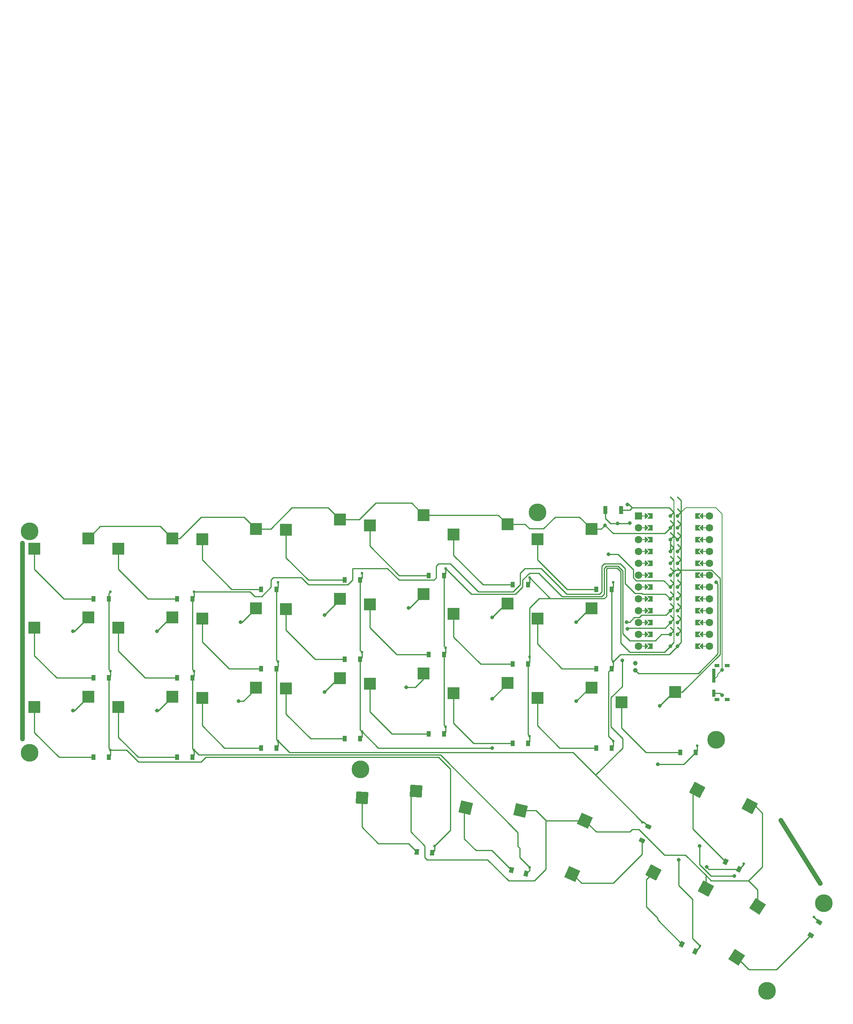
<source format=gbr>
%TF.GenerationSoftware,KiCad,Pcbnew,6.0.7*%
%TF.CreationDate,2022-09-27T18:21:24-04:00*%
%TF.ProjectId,flutter_v2_wren,666c7574-7465-4725-9f76-325f7772656e,v1.0.0*%
%TF.SameCoordinates,Original*%
%TF.FileFunction,Copper,L1,Top*%
%TF.FilePolarity,Positive*%
%FSLAX46Y46*%
G04 Gerber Fmt 4.6, Leading zero omitted, Abs format (unit mm)*
G04 Created by KiCad (PCBNEW 6.0.7) date 2022-09-27 18:21:24*
%MOMM*%
%LPD*%
G01*
G04 APERTURE LIST*
G04 Aperture macros list*
%AMRotRect*
0 Rectangle, with rotation*
0 The origin of the aperture is its center*
0 $1 length*
0 $2 width*
0 $3 Rotation angle, in degrees counterclockwise*
0 Add horizontal line*
21,1,$1,$2,0,0,$3*%
%AMFreePoly0*
4,1,49,0.088388,4.152388,0.850389,3.390388,0.863708,3.372551,0.867189,3.369530,0.867982,3.366827,0.871852,3.361644,0.878333,3.331543,0.887000,3.302000,0.887000,0.762000,0.883805,0.739969,0.884131,0.735371,0.882780,0.732898,0.881852,0.726498,0.865154,0.700638,0.850389,0.673612,0.088388,-0.088388,0.064607,-0.106146,0.062500,-0.108253,0.061385,-0.108552,0.059644,-0.109852,
0.043810,-0.113261,0.000000,-0.125000,-0.004774,-0.123721,-0.009154,-0.124664,-0.028953,-0.117242,-0.062500,-0.108253,-0.068237,-0.102516,-0.075052,-0.099961,-0.087614,-0.083139,-0.108253,-0.062500,-0.111178,-0.051584,-0.117161,-0.043572,-0.118539,-0.024114,-0.125000,0.000000,-0.121239,0.014035,-0.122131,0.026629,-0.113759,0.041953,-0.108253,0.062500,-0.095642,0.075111,-0.088388,0.088388,
0.637000,0.813777,0.637000,3.250223,-0.088388,3.975612,-0.109852,4.004356,-0.124664,4.073154,-0.099961,4.139052,-0.043572,4.181161,0.026629,4.186131,0.088388,4.152388,0.088388,4.152388,$1*%
%AMFreePoly1*
4,1,6,0.600000,-0.250000,-0.600000,-0.250000,-0.600000,1.000000,0.000000,0.400000,0.600000,1.000000,0.600000,-0.250000,0.600000,-0.250000,$1*%
%AMFreePoly2*
4,1,49,0.088388,4.152388,0.854389,3.386388,0.867708,3.368551,0.871189,3.365530,0.871982,3.362827,0.875852,3.357644,0.882333,3.327543,0.891000,3.298000,0.891000,0.766000,0.887805,0.743969,0.888131,0.739371,0.886780,0.736898,0.885852,0.730498,0.869154,0.704638,0.854389,0.677612,0.088388,-0.088388,0.064607,-0.106146,0.062500,-0.108253,0.061385,-0.108552,0.059644,-0.109852,
0.043810,-0.113261,0.000000,-0.125000,-0.004774,-0.123721,-0.009154,-0.124664,-0.028953,-0.117242,-0.062500,-0.108253,-0.068237,-0.102516,-0.075052,-0.099961,-0.087614,-0.083139,-0.108253,-0.062500,-0.111178,-0.051584,-0.117161,-0.043572,-0.118539,-0.024114,-0.125000,0.000000,-0.121239,0.014035,-0.122131,0.026629,-0.113759,0.041953,-0.108253,0.062500,-0.095642,0.075111,-0.088388,0.088388,
0.641000,0.817777,0.641000,3.246223,-0.088388,3.975612,-0.109852,4.004356,-0.124664,4.073154,-0.099961,4.139052,-0.043572,4.181161,0.026629,4.186131,0.088388,4.152388,0.088388,4.152388,$1*%
%AMFreePoly3*
4,1,5,0.125000,-0.500000,-0.125000,-0.500000,-0.125000,0.500000,0.125000,0.500000,0.125000,-0.500000,0.125000,-0.500000,$1*%
%AMFreePoly4*
4,1,6,0.600000,0.200000,0.000000,-0.400000,-0.600000,0.200000,-0.600000,0.400000,0.600000,0.400000,0.600000,0.200000,0.600000,0.200000,$1*%
G04 Aperture macros list end*
%TA.AperFunction,NonConductor*%
%ADD10C,1.000000*%
%TD*%
%TA.AperFunction,ComponentPad*%
%ADD11C,1.000000*%
%TD*%
%TA.AperFunction,SMDPad,CuDef*%
%ADD12R,0.900000X1.200000*%
%TD*%
%TA.AperFunction,ComponentPad*%
%ADD13C,0.600000*%
%TD*%
%TA.AperFunction,SMDPad,CuDef*%
%ADD14RotRect,0.900000X1.200000X152.000000*%
%TD*%
%TA.AperFunction,ComponentPad*%
%ADD15C,3.800000*%
%TD*%
%TA.AperFunction,SMDPad,CuDef*%
%ADD16R,2.600000X2.600000*%
%TD*%
%TA.AperFunction,SMDPad,CuDef*%
%ADD17RotRect,2.600000X2.600000X57.000000*%
%TD*%
%TA.AperFunction,SMDPad,CuDef*%
%ADD18RotRect,2.600000X2.600000X332.000000*%
%TD*%
%TA.AperFunction,SMDPad,CuDef*%
%ADD19RotRect,2.600000X2.600000X356.000000*%
%TD*%
%TA.AperFunction,SMDPad,CuDef*%
%ADD20R,0.700000X1.500000*%
%TD*%
%TA.AperFunction,SMDPad,CuDef*%
%ADD21R,1.000000X0.800000*%
%TD*%
%TA.AperFunction,SMDPad,CuDef*%
%ADD22RotRect,2.600000X2.600000X346.500000*%
%TD*%
%TA.AperFunction,SMDPad,CuDef*%
%ADD23RotRect,0.900000X1.200000X246.000000*%
%TD*%
%TA.AperFunction,SMDPad,CuDef*%
%ADD24RotRect,0.900000X1.200000X176.000000*%
%TD*%
%TA.AperFunction,SMDPad,CuDef*%
%ADD25RotRect,2.600000X2.600000X66.000000*%
%TD*%
%TA.AperFunction,SMDPad,CuDef*%
%ADD26RotRect,0.900000X1.200000X237.000000*%
%TD*%
%TA.AperFunction,SMDPad,CuDef*%
%ADD27RotRect,0.900000X1.200000X166.500000*%
%TD*%
%TA.AperFunction,ComponentPad*%
%ADD28C,0.800000*%
%TD*%
%TA.AperFunction,SMDPad,CuDef*%
%ADD29FreePoly0,90.000000*%
%TD*%
%TA.AperFunction,SMDPad,CuDef*%
%ADD30FreePoly1,90.000000*%
%TD*%
%TA.AperFunction,SMDPad,CuDef*%
%ADD31FreePoly1,270.000000*%
%TD*%
%TA.AperFunction,SMDPad,CuDef*%
%ADD32FreePoly2,270.000000*%
%TD*%
%TA.AperFunction,ComponentPad*%
%ADD33C,1.600000*%
%TD*%
%TA.AperFunction,SMDPad,CuDef*%
%ADD34FreePoly3,90.000000*%
%TD*%
%TA.AperFunction,SMDPad,CuDef*%
%ADD35FreePoly4,90.000000*%
%TD*%
%TA.AperFunction,SMDPad,CuDef*%
%ADD36FreePoly3,270.000000*%
%TD*%
%TA.AperFunction,SMDPad,CuDef*%
%ADD37FreePoly4,270.000000*%
%TD*%
%TA.AperFunction,ComponentPad*%
%ADD38R,1.600000X1.600000*%
%TD*%
%TA.AperFunction,SMDPad,CuDef*%
%ADD39R,0.900000X1.700000*%
%TD*%
%TA.AperFunction,ViaPad*%
%ADD40C,0.800000*%
%TD*%
%TA.AperFunction,Conductor*%
%ADD41C,0.250000*%
%TD*%
%TA.AperFunction,Conductor*%
%ADD42C,0.200000*%
%TD*%
G04 APERTURE END LIST*
D10*
X-10822339Y38925536D02*
X-10822339Y-3074464D01*
X151927661Y-20574464D02*
X160427661Y-34074464D01*
D11*
%TO.P,,2*%
%TO.N,GND*%
X120677661Y11675536D03*
%TO.P,,1*%
%TO.N,pos*%
X120677661Y13175536D03*
%TD*%
D12*
%TO.P,D1,2*%
%TO.N,D4*%
X4350000Y-7000000D03*
%TO.P,D1,1*%
%TO.N,P4*%
X7650000Y-7000000D03*
%TD*%
D13*
%TO.P,REF\u002A\u002A,1*%
%TO.N,P5*%
X26000000Y11500000D03*
%TD*%
%TO.P,REF\u002A\u002A,1*%
%TO.N,P6*%
X44000000Y30500000D03*
%TD*%
%TO.P,REF\u002A\u002A,1*%
%TO.N,P9*%
X98000000Y14500000D03*
%TD*%
D12*
%TO.P,D2,2*%
%TO.N,D3*%
X4350000Y10000000D03*
%TO.P,D2,1*%
%TO.N,P4*%
X7650000Y10000000D03*
%TD*%
D13*
%TO.P,REF\u002A\u002A,1*%
%TO.N,P5*%
X26000000Y-5500000D03*
%TD*%
D12*
%TO.P,D3,2*%
%TO.N,D2*%
X4350000Y27000000D03*
%TO.P,D3,1*%
%TO.N,P4*%
X7650000Y27000000D03*
%TD*%
D14*
%TO.P,D24,2*%
%TO.N,D24*%
X140099831Y-29449052D03*
%TO.P,D24,1*%
%TO.N,P8*%
X143013559Y-30998308D03*
%TD*%
D15*
%TO.P,REF\u002A\u002A,1*%
%TO.N,N/C*%
X61677661Y-9574464D03*
%TD*%
D16*
%TO.P,S2,2*%
%TO.N,D3*%
X-8275000Y20750000D03*
%TO.P,S2,1*%
%TO.N,P1*%
X3275000Y22950000D03*
%TD*%
D17*
%TO.P,S25,2*%
%TO.N,D26*%
X142482288Y-49875149D03*
%TO.P,S25,1*%
%TO.N,P3*%
X146927794Y-38990298D03*
%TD*%
D14*
%TO.P,D23,2*%
%TO.N,D25*%
X130710399Y-47108004D03*
%TO.P,D23,1*%
%TO.N,P7*%
X133624127Y-48657260D03*
%TD*%
D16*
%TO.P,S7,2*%
%TO.N,D10*%
X27725000Y5750000D03*
%TO.P,S7,1*%
%TO.N,P2*%
X39275000Y7950000D03*
%TD*%
%TO.P,S17,2*%
%TO.N,D18*%
X81725000Y23750000D03*
%TO.P,S17,1*%
%TO.N,P1*%
X93275000Y25950000D03*
%TD*%
D13*
%TO.P,REF\u002A\u002A,1*%
%TO.N,P6*%
X122278393Y-20928688D03*
%TD*%
D15*
%TO.P,REF\u002A\u002A,1*%
%TO.N,N/C*%
X99677661Y45483540D03*
%TD*%
D16*
%TO.P,S14,2*%
%TO.N,D15*%
X63725000Y25750000D03*
%TO.P,S14,1*%
%TO.N,P1*%
X75275000Y27950000D03*
%TD*%
D13*
%TO.P,REF\u002A\u002A,1*%
%TO.N,P7*%
X62000000Y-1500000D03*
%TD*%
%TO.P,REF\u002A\u002A,1*%
%TO.N,P5*%
X26000000Y28500000D03*
%TD*%
%TO.P,REF\u002A\u002A,1*%
%TO.N,P8*%
X144026797Y-29838202D03*
%TD*%
D16*
%TO.P,S11,2*%
%TO.N,D12*%
X45725000Y24750000D03*
%TO.P,S11,1*%
%TO.N,P1*%
X57275000Y26950000D03*
%TD*%
D12*
%TO.P,D17,2*%
%TO.N,D18*%
X94350000Y13000000D03*
%TO.P,D17,1*%
%TO.N,P9*%
X97650000Y13000000D03*
%TD*%
D16*
%TO.P,S8,2*%
%TO.N,D9*%
X27725000Y22750000D03*
%TO.P,S8,1*%
%TO.N,P1*%
X39275000Y24950000D03*
%TD*%
D13*
%TO.P,REF\u002A\u002A,1*%
%TO.N,P6*%
X44000000Y-3500000D03*
%TD*%
%TO.P,REF\u002A\u002A,1*%
%TO.N,P6*%
X44000000Y13500000D03*
%TD*%
D15*
%TO.P,REF\u002A\u002A,1*%
%TO.N,N/C*%
X-9322339Y-6074464D03*
%TD*%
D16*
%TO.P,S18,2*%
%TO.N,D17*%
X81725000Y40750000D03*
%TO.P,S18,1*%
%TO.N,P0*%
X93275000Y42950000D03*
%TD*%
D13*
%TO.P,REF\u002A\u002A,1*%
%TO.N,P8*%
X80000000Y33500000D03*
%TD*%
D16*
%TO.P,S6,2*%
%TO.N,D5*%
X9725000Y37750000D03*
%TO.P,S6,1*%
%TO.N,P0*%
X21275000Y39950000D03*
%TD*%
D15*
%TO.P,REF\u002A\u002A,1*%
%TO.N,N/C*%
X138054479Y-3222702D03*
%TD*%
D12*
%TO.P,D11,2*%
%TO.N,D12*%
X58350000Y14000000D03*
%TO.P,D11,1*%
%TO.N,P7*%
X61650000Y14000000D03*
%TD*%
D13*
%TO.P,REF\u002A\u002A,1*%
%TO.N,P7*%
X134637366Y-47497153D03*
%TD*%
%TO.P,REF\u002A\u002A,1*%
%TO.N,P7*%
X62000000Y15500000D03*
%TD*%
D15*
%TO.P,REF\u002A\u002A,1*%
%TO.N,N/C*%
X149005076Y-57092882D03*
%TD*%
D12*
%TO.P,D19,2*%
%TO.N,D22*%
X112350000Y-5000000D03*
%TO.P,D19,1*%
%TO.N,P10*%
X115650000Y-5000000D03*
%TD*%
D13*
%TO.P,REF\u002A\u002A,1*%
%TO.N,P9*%
X159103991Y-41263696D03*
%TD*%
%TO.P,REF\u002A\u002A,1*%
%TO.N,P10*%
X116000000Y13500000D03*
%TD*%
D16*
%TO.P,S4,2*%
%TO.N,D7*%
X9725000Y3750000D03*
%TO.P,S4,1*%
%TO.N,P2*%
X21275000Y5950000D03*
%TD*%
D18*
%TO.P,S24,2*%
%TO.N,D24*%
X133999437Y-14030286D03*
%TO.P,S24,1*%
%TO.N,P3*%
X145230319Y-17510198D03*
%TD*%
D12*
%TO.P,D20,2*%
%TO.N,D21*%
X112350000Y12000000D03*
%TO.P,D20,1*%
%TO.N,P10*%
X115650000Y12000000D03*
%TD*%
D13*
%TO.P,REF\u002A\u002A,1*%
%TO.N,P5*%
X97995010Y-30615598D03*
%TD*%
D16*
%TO.P,S10,2*%
%TO.N,D13*%
X45725000Y7750000D03*
%TO.P,S10,1*%
%TO.N,P2*%
X57275000Y9950000D03*
%TD*%
D13*
%TO.P,REF\u002A\u002A,1*%
%TO.N,P8*%
X80000000Y16500000D03*
%TD*%
%TO.P,REF\u002A\u002A,1*%
%TO.N,P9*%
X98000000Y31500000D03*
%TD*%
D16*
%TO.P,S3,2*%
%TO.N,D2*%
X-8275000Y37750000D03*
%TO.P,S3,1*%
%TO.N,P0*%
X3275000Y39950000D03*
%TD*%
D13*
%TO.P,REF\u002A\u002A,1*%
%TO.N,P10*%
X116000000Y30500000D03*
%TD*%
D19*
%TO.P,S27,2*%
%TO.N,D28*%
X62006744Y-15681900D03*
%TO.P,S27,1*%
%TO.N,P3*%
X73682073Y-14292946D03*
%TD*%
D16*
%TO.P,S13,2*%
%TO.N,D16*%
X63725000Y8750000D03*
%TO.P,S13,1*%
%TO.N,P2*%
X75275000Y10950000D03*
%TD*%
D12*
%TO.P,D18,2*%
%TO.N,D17*%
X94350000Y30000000D03*
%TO.P,D18,1*%
%TO.N,P9*%
X97650000Y30000000D03*
%TD*%
D16*
%TO.P,S21,2*%
%TO.N,D20*%
X99725000Y39750000D03*
%TO.P,S21,1*%
%TO.N,P0*%
X111275000Y41950000D03*
%TD*%
%TO.P,S20,2*%
%TO.N,D21*%
X99725000Y22750000D03*
%TO.P,S20,1*%
%TO.N,P1*%
X111275000Y24950000D03*
%TD*%
D12*
%TO.P,D10,2*%
%TO.N,D13*%
X58350000Y-3000000D03*
%TO.P,D10,1*%
%TO.N,P7*%
X61650000Y-3000000D03*
%TD*%
%TO.P,D13,2*%
%TO.N,D16*%
X76350000Y-2000000D03*
%TO.P,D13,1*%
%TO.N,P8*%
X79650000Y-2000000D03*
%TD*%
%TO.P,D15,2*%
%TO.N,D14*%
X76350000Y32000000D03*
%TO.P,D15,1*%
%TO.N,P8*%
X79650000Y32000000D03*
%TD*%
D13*
%TO.P,REF\u002A\u002A,1*%
%TO.N,P4*%
X8000000Y11500000D03*
%TD*%
D20*
%TO.P,,3*%
%TO.N,N/C*%
X137570000Y11250000D03*
%TO.P,,2*%
%TO.N,RAW*%
X137570000Y9750000D03*
%TO.P,,1*%
%TO.N,pos*%
X137570000Y6750000D03*
D21*
%TO.P,,*%
%TO.N,*%
X138220000Y5350000D03*
X140430000Y12650000D03*
X138220000Y12650000D03*
X140430000Y5350000D03*
%TD*%
D12*
%TO.P,D26,2*%
%TO.N,D27*%
X130350000Y-6000000D03*
%TO.P,D26,1*%
%TO.N,P10*%
X133650000Y-6000000D03*
%TD*%
D16*
%TO.P,S15,2*%
%TO.N,D14*%
X63725000Y42750000D03*
%TO.P,S15,1*%
%TO.N,P0*%
X75275000Y44950000D03*
%TD*%
D12*
%TO.P,D4,2*%
%TO.N,D7*%
X22350000Y-7000000D03*
%TO.P,D4,1*%
%TO.N,P5*%
X25650000Y-7000000D03*
%TD*%
D13*
%TO.P,REF\u002A\u002A,1*%
%TO.N,P10*%
X134000000Y-4500000D03*
%TD*%
D16*
%TO.P,S5,2*%
%TO.N,D6*%
X9725000Y20750000D03*
%TO.P,S5,1*%
%TO.N,P1*%
X21275000Y22950000D03*
%TD*%
D13*
%TO.P,REF\u002A\u002A,1*%
%TO.N,P9*%
X98000000Y-2500000D03*
%TD*%
D16*
%TO.P,S9,2*%
%TO.N,D8*%
X27725000Y39750000D03*
%TO.P,S9,1*%
%TO.N,P0*%
X39275000Y41950000D03*
%TD*%
D12*
%TO.P,D7,2*%
%TO.N,D10*%
X40350000Y-5000000D03*
%TO.P,D7,1*%
%TO.N,P6*%
X43650000Y-5000000D03*
%TD*%
D13*
%TO.P,REF\u002A\u002A,1*%
%TO.N,P7*%
X62000000Y32500000D03*
%TD*%
%TO.P,REF\u002A\u002A,1*%
%TO.N,P4*%
X77596852Y-26044654D03*
%TD*%
D16*
%TO.P,S16,2*%
%TO.N,D19*%
X81725000Y6750000D03*
%TO.P,S16,1*%
%TO.N,P2*%
X93275000Y8950000D03*
%TD*%
D22*
%TO.P,S28,2*%
%TO.N,D29*%
X84329059Y-17821852D03*
%TO.P,S28,1*%
%TO.N,P3*%
X96073511Y-18378933D03*
%TD*%
D13*
%TO.P,REF\u002A\u002A,1*%
%TO.N,P4*%
X8000000Y-5500000D03*
%TD*%
D12*
%TO.P,D16,2*%
%TO.N,D19*%
X94350000Y-4000000D03*
%TO.P,D16,1*%
%TO.N,P9*%
X97650000Y-4000000D03*
%TD*%
%TO.P,D8,2*%
%TO.N,D9*%
X40350000Y12000000D03*
%TO.P,D8,1*%
%TO.N,P6*%
X43650000Y12000000D03*
%TD*%
D23*
%TO.P,D22,2*%
%TO.N,D23*%
X122164123Y-24873234D03*
%TO.P,D22,1*%
%TO.N,P6*%
X123506353Y-21858534D03*
%TD*%
D24*
%TO.P,D27,2*%
%TO.N,D28*%
X73851108Y-27286389D03*
%TO.P,D27,1*%
%TO.N,P4*%
X77143070Y-27516585D03*
%TD*%
D25*
%TO.P,S22,2*%
%TO.N,D23*%
X107208459Y-32034326D03*
%TO.P,S22,1*%
%TO.N,P3*%
X109896467Y-20588056D03*
%TD*%
D26*
%TO.P,D25,2*%
%TO.N,D26*%
X158374065Y-45141802D03*
%TO.P,D25,1*%
%TO.N,P9*%
X160171373Y-42374190D03*
%TD*%
D15*
%TO.P,REF\u002A\u002A,1*%
%TO.N,N/C*%
X-9322339Y41425536D03*
%TD*%
D27*
%TO.P,D28,2*%
%TO.N,D29*%
X94095692Y-31222077D03*
%TO.P,D28,1*%
%TO.N,P5*%
X97304512Y-31992447D03*
%TD*%
D12*
%TO.P,D21,2*%
%TO.N,D20*%
X112350000Y29000000D03*
%TO.P,D21,1*%
%TO.N,P10*%
X115650000Y29000000D03*
%TD*%
D13*
%TO.P,REF\u002A\u002A,1*%
%TO.N,P8*%
X80000000Y-500000D03*
%TD*%
D12*
%TO.P,D9,2*%
%TO.N,D8*%
X40350000Y29000000D03*
%TO.P,D9,1*%
%TO.N,P6*%
X43650000Y29000000D03*
%TD*%
%TO.P,D12,2*%
%TO.N,D11*%
X58350000Y31000000D03*
%TO.P,D12,1*%
%TO.N,P7*%
X61650000Y31000000D03*
%TD*%
D16*
%TO.P,S12,2*%
%TO.N,D11*%
X45725000Y41750000D03*
%TO.P,S12,1*%
%TO.N,P0*%
X57275000Y43950000D03*
%TD*%
D15*
%TO.P,REF\u002A\u002A,1*%
%TO.N,N/C*%
X161177661Y-38318191D03*
%TD*%
D12*
%TO.P,D5,2*%
%TO.N,D6*%
X22350000Y10000000D03*
%TO.P,D5,1*%
%TO.N,P5*%
X25650000Y10000000D03*
%TD*%
D28*
%TO.P,MCU1,24*%
%TO.N,P1*%
X128238000Y44720000D03*
D29*
X128238000Y44720000D03*
D30*
X124174000Y44720000D03*
%TO.P,MCU1,23*%
%TO.N,P0*%
X124174000Y42180000D03*
D29*
X128238000Y42180000D03*
D28*
X128238000Y42180000D03*
D30*
%TO.P,MCU1,22*%
%TO.N,GND*%
X124174000Y39640000D03*
D29*
X128238000Y39640000D03*
D28*
X128238000Y39640000D03*
D30*
%TO.P,MCU1,21*%
X124174000Y37100000D03*
D28*
X128238000Y37100000D03*
D29*
X128238000Y37100000D03*
%TO.P,MCU1,20*%
%TO.N,P2*%
X128238000Y34560000D03*
D28*
X128238000Y34560000D03*
D30*
X124174000Y34560000D03*
D28*
%TO.P,MCU1,19*%
%TO.N,P3*%
X128238000Y32020000D03*
D29*
X128238000Y32020000D03*
D30*
X124174000Y32020000D03*
%TO.P,MCU1,18*%
%TO.N,P4*%
X124174000Y29480000D03*
D28*
X128238000Y29480000D03*
D29*
X128238000Y29480000D03*
D28*
%TO.P,MCU1,17*%
%TO.N,P5*%
X128238000Y26940000D03*
D29*
X128238000Y26940000D03*
D30*
X124174000Y26940000D03*
D28*
%TO.P,MCU1,16*%
%TO.N,P6*%
X128238000Y24400000D03*
D30*
X124174000Y24400000D03*
D29*
X128238000Y24400000D03*
D28*
%TO.P,MCU1,15*%
%TO.N,P7*%
X128238000Y21860000D03*
D30*
X124174000Y21860000D03*
D29*
X128238000Y21860000D03*
%TO.P,MCU1,14*%
%TO.N,P8*%
X128238000Y19320000D03*
D28*
X128238000Y19320000D03*
D30*
X124174000Y19320000D03*
D28*
%TO.P,MCU1,13*%
%TO.N,P9*%
X128238000Y16780000D03*
D29*
X128238000Y16780000D03*
D30*
X124174000Y16780000D03*
D31*
%TO.P,MCU1,12*%
%TO.N,P10*%
X133826000Y16780000D03*
D32*
X129762000Y16780000D03*
D28*
X129762000Y16780000D03*
D31*
%TO.P,MCU1,11*%
%TO.N,P16*%
X133826000Y19320000D03*
D28*
X129762000Y19320000D03*
D32*
X129762000Y19320000D03*
D31*
%TO.P,MCU1,10*%
%TO.N,P14*%
X133826000Y21860000D03*
D32*
X129762000Y21860000D03*
D28*
X129762000Y21860000D03*
%TO.P,MCU1,9*%
%TO.N,P15*%
X129762000Y24400000D03*
D32*
X129762000Y24400000D03*
D31*
X133826000Y24400000D03*
D28*
%TO.P,MCU1,8*%
%TO.N,P18*%
X129762000Y26940000D03*
D31*
X133826000Y26940000D03*
D32*
X129762000Y26940000D03*
D31*
%TO.P,MCU1,7*%
%TO.N,P19*%
X133826000Y29480000D03*
D32*
X129762000Y29480000D03*
D28*
X129762000Y29480000D03*
D32*
%TO.P,MCU1,6*%
%TO.N,P20*%
X129762000Y32020000D03*
D31*
X133826000Y32020000D03*
D28*
X129762000Y32020000D03*
%TO.P,MCU1,5*%
%TO.N,P21*%
X129762000Y34560000D03*
D31*
X133826000Y34560000D03*
D32*
X129762000Y34560000D03*
D28*
%TO.P,MCU1,4*%
%TO.N,VCC*%
X129762000Y37100000D03*
D32*
X129762000Y37100000D03*
D31*
X133826000Y37100000D03*
D28*
%TO.P,MCU1,3*%
%TO.N,RST*%
X129762000Y39640000D03*
D32*
X129762000Y39640000D03*
D31*
X133826000Y39640000D03*
%TO.P,MCU1,2*%
%TO.N,GND*%
X133826000Y42180000D03*
D32*
X129762000Y42180000D03*
D28*
X129762000Y42180000D03*
D31*
%TO.P,MCU1,1*%
%TO.N,RAW*%
X133826000Y44720000D03*
D28*
X129762000Y44720000D03*
D32*
X129762000Y44720000D03*
D33*
%TO.P,MCU1,*%
%TO.N,*%
X136620000Y16780000D03*
D34*
X122650000Y39640000D03*
D33*
X121380000Y39640000D03*
D35*
X123158000Y16780000D03*
D33*
X136620000Y34560000D03*
D35*
X123158000Y37100000D03*
D36*
X135350000Y26940000D03*
D34*
X122650000Y37100000D03*
D33*
X121380000Y21860000D03*
X121380000Y44720000D03*
D35*
X123158000Y19320000D03*
D33*
X121380000Y26940000D03*
D37*
X134842000Y24400000D03*
D34*
X122650000Y16780000D03*
X122650000Y44720000D03*
D35*
X123158000Y34560000D03*
X123158000Y24400000D03*
D34*
X122650000Y24400000D03*
D33*
X121380000Y16780000D03*
X121380000Y19320000D03*
D36*
X135350000Y21860000D03*
D34*
X122650000Y21860000D03*
D33*
X136620000Y39640000D03*
D36*
X135350000Y37100000D03*
D35*
X123158000Y32020000D03*
D37*
X134842000Y42180000D03*
D33*
X136620000Y21860000D03*
D36*
X135350000Y19320000D03*
X135350000Y16780000D03*
X135350000Y32020000D03*
D35*
X123158000Y21860000D03*
D34*
X122650000Y42180000D03*
D37*
X134842000Y34560000D03*
X134842000Y16780000D03*
D33*
X121380000Y32020000D03*
D34*
X122650000Y29480000D03*
D35*
X123158000Y42180000D03*
D33*
X136620000Y29480000D03*
D37*
X134842000Y29480000D03*
D33*
X136620000Y32020000D03*
X136620000Y42180000D03*
X121380000Y42180000D03*
X136620000Y19320000D03*
X121380000Y37100000D03*
D36*
X135350000Y34560000D03*
X135350000Y42180000D03*
X135350000Y39640000D03*
D34*
X122650000Y32020000D03*
D37*
X134842000Y21860000D03*
X134842000Y26940000D03*
D33*
X121380000Y34560000D03*
D35*
X123158000Y44720000D03*
D37*
X134842000Y39640000D03*
X134842000Y32020000D03*
D36*
X135350000Y29480000D03*
D33*
X136620000Y37100000D03*
D37*
X134842000Y19320000D03*
D35*
X123158000Y29480000D03*
D36*
X135350000Y24400000D03*
D33*
X121380000Y24400000D03*
X136620000Y24400000D03*
D37*
X134842000Y44720000D03*
D36*
X135350000Y44720000D03*
D35*
X123158000Y26940000D03*
D37*
X134842000Y37100000D03*
D38*
X121380000Y44720000D03*
D33*
X136620000Y44720000D03*
D35*
X123158000Y39640000D03*
D34*
X122650000Y34560000D03*
X122650000Y19320000D03*
D33*
X136620000Y26940000D03*
X121380000Y29480000D03*
D34*
X122650000Y26940000D03*
%TD*%
D13*
%TO.P,REF\u002A\u002A,1*%
%TO.N,P10*%
X116000000Y-3500000D03*
%TD*%
D39*
%TO.P,,2*%
%TO.N,GND*%
X114300000Y46000000D03*
%TO.P,,1*%
%TO.N,RST*%
X117700000Y46000000D03*
%TD*%
D16*
%TO.P,S19,2*%
%TO.N,D22*%
X99725000Y5750000D03*
%TO.P,S19,1*%
%TO.N,P2*%
X111275000Y7950000D03*
%TD*%
D12*
%TO.P,D14,2*%
%TO.N,D15*%
X76350000Y15000000D03*
%TO.P,D14,1*%
%TO.N,P8*%
X79650000Y15000000D03*
%TD*%
D16*
%TO.P,S26,2*%
%TO.N,D27*%
X117725000Y4750000D03*
%TO.P,S26,1*%
%TO.N,P3*%
X129275000Y6950000D03*
%TD*%
D12*
%TO.P,D6,2*%
%TO.N,D5*%
X22350000Y27000000D03*
%TO.P,D6,1*%
%TO.N,P5*%
X25650000Y27000000D03*
%TD*%
D16*
%TO.P,S1,2*%
%TO.N,D4*%
X-8275000Y3750000D03*
%TO.P,S1,1*%
%TO.N,P2*%
X3275000Y5950000D03*
%TD*%
D18*
%TO.P,S23,2*%
%TO.N,D25*%
X124610006Y-31689238D03*
%TO.P,S23,1*%
%TO.N,P3*%
X135840888Y-35169150D03*
%TD*%
D13*
%TO.P,REF\u002A\u002A,1*%
%TO.N,P4*%
X8000000Y28500000D03*
%TD*%
D40*
%TO.N,P2*%
X35500000Y5000000D03*
X108000000Y5000000D03*
X90000000Y5500000D03*
X71500000Y8000000D03*
X54000000Y7000000D03*
X18000000Y3000000D03*
X0Y3000000D03*
%TO.N,P4*%
X115000000Y36500000D03*
%TO.N,P1*%
X90000000Y23000000D03*
X18000000Y20000000D03*
X108000000Y22000000D03*
X36000000Y22000000D03*
X0Y20000000D03*
X54000000Y23500000D03*
X72000000Y25000000D03*
%TO.N,P0*%
X114185211Y42748391D03*
%TO.N,P6*%
X117889465Y13778032D03*
X118859548Y21989442D03*
%TO.N,P7*%
X90000000Y-5000000D03*
X130000000Y-29000000D03*
X119000000Y20500000D03*
%TO.N,P8*%
X136000000Y-30500000D03*
%TO.N,P9*%
X142000000Y-32500000D03*
X134500000Y-26000000D03*
%TO.N,P10*%
X125500000Y-8500000D03*
%TO.N,P3*%
X126000000Y4000000D03*
%TO.N,RAW*%
X139303520Y11682664D03*
%TO.N,GND*%
X119552125Y43187971D03*
X138055890Y30555890D03*
X116889685Y43159942D03*
%TO.N,RST*%
X119053439Y47175000D03*
%TO.N,pos*%
X139306786Y6343261D03*
%TD*%
D41*
%TO.N,P2*%
X93275000Y8775000D02*
X90000000Y5500000D01*
X38125001Y6574999D02*
X38125001Y6800001D01*
X56950000Y9950000D02*
X54000000Y7000000D01*
X0Y3000000D02*
X325000Y3000000D01*
X18325000Y3000000D02*
X18000000Y3000000D01*
X73500000Y8000000D02*
X75275000Y9775000D01*
X108000000Y5000000D02*
X110950000Y7950000D01*
X71500000Y8000000D02*
X73500000Y8000000D01*
X35500000Y5000000D02*
X36550002Y5000000D01*
X110950000Y7950000D02*
X111275000Y7950000D01*
X75275000Y9775000D02*
X75275000Y10950000D01*
X325000Y3000000D02*
X3275000Y5950000D01*
X38125001Y6800001D02*
X39275000Y7950000D01*
X21275000Y5950000D02*
X18325000Y3000000D01*
X93275000Y8950000D02*
X93275000Y8775000D01*
X57275000Y9950000D02*
X56950000Y9950000D01*
X36550002Y5000000D02*
X38125001Y6574999D01*
%TO.N,D4*%
X-8275000Y-1725000D02*
X-3000000Y-7000000D01*
X-3000000Y-7000000D02*
X4350000Y-7000000D01*
X-8275000Y3750000D02*
X-8275000Y-1725000D01*
%TO.N,P4*%
X77596852Y-27062803D02*
X77143070Y-27516585D01*
X11500000Y-5500000D02*
X14000000Y-8000000D01*
X7650000Y27000000D02*
X7650000Y11850000D01*
X28500000Y-7000000D02*
X78500000Y-7000000D01*
X126823000Y30895000D02*
X128238000Y29480000D01*
X7650000Y10000000D02*
X7650000Y-5150000D01*
X8000000Y-5500000D02*
X11500000Y-5500000D01*
X120255000Y33245000D02*
X120255000Y31554009D01*
X115000000Y36500000D02*
X117000000Y36500000D01*
X120255000Y31554009D02*
X120914009Y30895000D01*
X8000000Y-5500000D02*
X8000000Y-6650000D01*
X81000000Y-22641506D02*
X77596852Y-26044654D01*
X77596852Y-26044654D02*
X77596852Y-27062803D01*
X7650000Y27000000D02*
X7650000Y28150000D01*
X7650000Y28150000D02*
X8000000Y28500000D01*
X7650000Y11850000D02*
X8000000Y11500000D01*
X7650000Y-5150000D02*
X8000000Y-5500000D01*
X81000000Y-9500000D02*
X81000000Y-22641506D01*
X8000000Y10350000D02*
X7650000Y10000000D01*
X117000000Y36500000D02*
X120255000Y33245000D01*
X27500000Y-8000000D02*
X28500000Y-7000000D01*
X120914009Y30895000D02*
X126823000Y30895000D01*
X8000000Y-6650000D02*
X7650000Y-7000000D01*
X8000000Y11500000D02*
X8000000Y10350000D01*
X78500000Y-7000000D02*
X81000000Y-9500000D01*
X14000000Y-8000000D02*
X27500000Y-8000000D01*
%TO.N,P1*%
X325000Y20000000D02*
X0Y20000000D01*
X93275000Y25950000D02*
X92950000Y25950000D01*
X57275000Y26775000D02*
X57275000Y26950000D01*
X108000000Y22000000D02*
X110950000Y24950000D01*
X72325000Y25000000D02*
X75275000Y27950000D01*
X3275000Y22950000D02*
X325000Y20000000D01*
X72000000Y25000000D02*
X72325000Y25000000D01*
X18000000Y20000000D02*
X20950000Y22950000D01*
X92950000Y25950000D02*
X90000000Y23000000D01*
X54000000Y23500000D02*
X57275000Y26775000D01*
X36325000Y22000000D02*
X36000000Y22000000D01*
X39275000Y24950000D02*
X36325000Y22000000D01*
X20950000Y22950000D02*
X21275000Y22950000D01*
X110950000Y24950000D02*
X111275000Y24950000D01*
%TO.N,D3*%
X-8275000Y20750000D02*
X-8275000Y14775000D01*
X-8275000Y14775000D02*
X-3500000Y10000000D01*
X-3500000Y10000000D02*
X4350000Y10000000D01*
%TO.N,P0*%
X114185211Y42748391D02*
X113386820Y41950000D01*
X103500000Y44500000D02*
X108725000Y44500000D01*
X97050000Y42950000D02*
X98000000Y42000000D01*
X65000000Y47500000D02*
X72725000Y47500000D01*
X27500000Y44500000D02*
X36725000Y44500000D01*
X22950000Y39950000D02*
X27500000Y44500000D01*
X21275000Y39950000D02*
X22950000Y39950000D01*
X54725000Y46500000D02*
X57275000Y43950000D01*
X5825000Y42500000D02*
X18725000Y42500000D01*
X113386820Y41950000D02*
X111275000Y41950000D01*
X115933602Y41000000D02*
X127058000Y41000000D01*
X98000000Y42000000D02*
X101000000Y42000000D01*
X114185211Y42748391D02*
X115933602Y41000000D01*
X18725000Y42500000D02*
X21275000Y39950000D01*
X3275000Y39950000D02*
X5825000Y42500000D01*
X42450000Y41950000D02*
X47000000Y46500000D01*
X75275000Y44950000D02*
X91275000Y44950000D01*
X39275000Y41950000D02*
X42450000Y41950000D01*
X72725000Y47500000D02*
X75275000Y44950000D01*
X93275000Y42950000D02*
X97050000Y42950000D01*
X47000000Y46500000D02*
X54725000Y46500000D01*
X57275000Y43950000D02*
X61450000Y43950000D01*
X36725000Y44500000D02*
X39275000Y41950000D01*
X61450000Y43950000D02*
X65000000Y47500000D01*
X127058000Y41000000D02*
X128238000Y42180000D01*
X101000000Y42000000D02*
X103500000Y44500000D01*
X91275000Y44950000D02*
X93275000Y42950000D01*
X108725000Y44500000D02*
X111275000Y41950000D01*
%TO.N,D2*%
X-1967371Y27000000D02*
X4350000Y27000000D01*
X-8275000Y33307629D02*
X-1967371Y27000000D01*
X-8275000Y37750000D02*
X-8275000Y33307629D01*
%TO.N,D7*%
X9725000Y3750000D02*
X9725000Y-2725000D01*
X14000000Y-7000000D02*
X22350000Y-7000000D01*
X9725000Y-2725000D02*
X14000000Y-7000000D01*
%TO.N,P5*%
X25650000Y10000000D02*
X25650000Y-5150000D01*
X42500000Y29500000D02*
X40500000Y27500000D01*
X114000000Y34500000D02*
X113500000Y34000000D01*
X50500000Y30000000D02*
X49003506Y31496494D01*
X40500000Y27500000D02*
X39000000Y27500000D01*
X26000000Y-6650000D02*
X25650000Y-7000000D01*
X38000000Y28500000D02*
X26000000Y28500000D01*
X26000000Y-5500000D02*
X27000000Y-6500000D01*
X25650000Y11850000D02*
X26000000Y11500000D01*
X60000000Y31000000D02*
X59000000Y30000000D01*
X26000000Y28500000D02*
X26000000Y27350000D01*
X67500000Y33500000D02*
X60000000Y33500000D01*
X87000000Y28500000D02*
X81000000Y34500000D01*
X81000000Y34500000D02*
X78500000Y34500000D01*
X100500000Y33500000D02*
X97000000Y33500000D01*
X96000000Y32500000D02*
X96000000Y30000000D01*
X26000000Y27350000D02*
X25650000Y27000000D01*
X118500000Y33500000D02*
X117500000Y34500000D01*
X25650000Y-5150000D02*
X26000000Y-5500000D01*
X39000000Y27500000D02*
X38000000Y28500000D01*
X60000000Y33500000D02*
X60000000Y31000000D01*
X106000000Y28000000D02*
X100500000Y33500000D01*
X77500000Y31000000D02*
X70000000Y31000000D01*
X117500000Y34500000D02*
X114000000Y34500000D01*
X59000000Y30000000D02*
X50500000Y30000000D01*
X113500000Y34000000D02*
X113500000Y28450000D01*
X95879412Y-26500000D02*
X95879412Y-28500000D01*
X96000000Y30000000D02*
X94500000Y28500000D01*
X95500000Y-26120588D02*
X95879412Y-26500000D01*
X95500000Y-23131004D02*
X95500000Y-26120588D01*
X78868996Y-6500000D02*
X95500000Y-23131004D01*
X94500000Y28500000D02*
X87000000Y28500000D01*
X42996494Y31496494D02*
X42500000Y31000000D01*
X78500000Y34500000D02*
X78000000Y34000000D01*
X97995010Y-31301949D02*
X97304512Y-31992447D01*
X120601667Y28172769D02*
X118500000Y30274436D01*
X97995010Y-30615598D02*
X97995010Y-31301949D01*
X113500000Y28450000D02*
X113050000Y28000000D01*
X95879412Y-28500000D02*
X97995010Y-30615598D01*
X27000000Y-6500000D02*
X78868996Y-6500000D01*
X49003506Y31496494D02*
X42996494Y31496494D01*
X113050000Y28000000D02*
X106000000Y28000000D01*
X42500000Y31000000D02*
X42500000Y29500000D01*
X127178000Y28000000D02*
X122232500Y28000000D01*
X78000000Y34000000D02*
X78000000Y31500000D01*
X128238000Y26940000D02*
X127178000Y28000000D01*
X70000000Y31000000D02*
X67500000Y33500000D01*
X122059731Y28172769D02*
X120601667Y28172769D01*
X122232500Y28000000D02*
X122059731Y28172769D01*
X78000000Y31500000D02*
X77500000Y31000000D01*
X26000000Y-5500000D02*
X26000000Y-6650000D01*
X118500000Y30274436D02*
X118500000Y33500000D01*
X26000000Y10350000D02*
X25650000Y10000000D01*
X97000000Y33500000D02*
X96000000Y32500000D01*
X25650000Y27000000D02*
X25650000Y11850000D01*
X26000000Y11500000D02*
X26000000Y10350000D01*
%TO.N,D6*%
X9725000Y20750000D02*
X9725000Y15775000D01*
X9725000Y15775000D02*
X15500000Y10000000D01*
X15500000Y10000000D02*
X22350000Y10000000D01*
%TO.N,D5*%
X9725000Y33307629D02*
X16032629Y27000000D01*
X9725000Y37750000D02*
X9725000Y33307629D01*
X16032629Y27000000D02*
X22350000Y27000000D01*
%TO.N,D10*%
X32500000Y-5000000D02*
X40350000Y-5000000D01*
X27725000Y-225000D02*
X32500000Y-5000000D01*
X27725000Y5750000D02*
X27725000Y-225000D01*
%TO.N,P6*%
X112174853Y-10825147D02*
X118000000Y-5000000D01*
X118000000Y-4000000D02*
X118000000Y-3000000D01*
X43650000Y12000000D02*
X43650000Y-3150000D01*
X122278393Y-20928688D02*
X122576507Y-20928688D01*
X44000000Y30500000D02*
X44000000Y29350000D01*
X44000000Y-3500000D02*
X46500000Y-6000000D01*
X119489442Y21989442D02*
X120500000Y23000000D01*
X122070991Y23500000D02*
X127338000Y23500000D01*
X43650000Y-3150000D02*
X44000000Y-3500000D01*
X44000000Y-4650000D02*
X43650000Y-5000000D01*
X121570991Y23000000D02*
X122070991Y23500000D01*
X118000000Y-3000000D02*
X115500000Y-500000D01*
X118859548Y21989442D02*
X119489442Y21989442D01*
X107349705Y-6000000D02*
X112174853Y-10825147D01*
X120500000Y23000000D02*
X121570991Y23000000D01*
X118000000Y-5000000D02*
X118000000Y-4000000D01*
X117889465Y8164465D02*
X117889465Y13778032D01*
X44000000Y13500000D02*
X44000000Y12350000D01*
X115500000Y5775000D02*
X117889465Y8164465D01*
X46500000Y-6000000D02*
X107349705Y-6000000D01*
X115500000Y-500000D02*
X115500000Y5775000D01*
X43650000Y13850000D02*
X44000000Y13500000D01*
X44000000Y-3500000D02*
X44000000Y-4650000D01*
X127338000Y23500000D02*
X128238000Y24400000D01*
X44000000Y12350000D02*
X43650000Y12000000D01*
X112174853Y-10825147D02*
X122278393Y-20928688D01*
X43650000Y29000000D02*
X43650000Y13850000D01*
X122576507Y-20928688D02*
X123506353Y-21858534D01*
X44000000Y29350000D02*
X43650000Y29000000D01*
%TO.N,D9*%
X33500000Y12000000D02*
X40350000Y12000000D01*
X27725000Y17775000D02*
X33500000Y12000000D01*
X27725000Y22750000D02*
X27725000Y17775000D01*
%TO.N,D8*%
X27725000Y35307629D02*
X34032629Y29000000D01*
X34032629Y29000000D02*
X40350000Y29000000D01*
X27725000Y39750000D02*
X27725000Y35307629D01*
%TO.N,D13*%
X51000000Y-3000000D02*
X58350000Y-3000000D01*
X45725000Y7750000D02*
X45725000Y2275000D01*
X45725000Y2275000D02*
X51000000Y-3000000D01*
%TO.N,P7*%
X62000000Y32500000D02*
X62000000Y31350000D01*
X61650000Y31000000D02*
X61650000Y15850000D01*
X62000000Y31350000D02*
X61650000Y31000000D01*
X130000000Y-29000000D02*
X130000000Y-34500000D01*
X62000000Y-1500000D02*
X65500000Y-5000000D01*
X61650000Y14000000D02*
X61650000Y-1150000D01*
X62000000Y14350000D02*
X61650000Y14000000D01*
X119235000Y20735000D02*
X127113000Y20735000D01*
X134637366Y-47497153D02*
X134637366Y-47644021D01*
X119000000Y20500000D02*
X119235000Y20735000D01*
X133000000Y-45859787D02*
X134637366Y-47497153D01*
X133000000Y-37500000D02*
X133000000Y-45859787D01*
X62000000Y-1500000D02*
X62000000Y-2650000D01*
X65500000Y-5000000D02*
X90000000Y-5000000D01*
X61650000Y15850000D02*
X62000000Y15500000D01*
X62000000Y-2650000D02*
X61650000Y-3000000D01*
X62000000Y15500000D02*
X62000000Y14350000D01*
X61650000Y-1150000D02*
X62000000Y-1500000D01*
X134637366Y-47644021D02*
X133624127Y-48657260D01*
X127113000Y20735000D02*
X128238000Y21860000D01*
X130000000Y-34500000D02*
X133000000Y-37500000D01*
%TO.N,D12*%
X45725000Y20275000D02*
X52000000Y14000000D01*
X45725000Y24750000D02*
X45725000Y20275000D01*
X52000000Y14000000D02*
X58350000Y14000000D01*
%TO.N,D11*%
X45725000Y35775000D02*
X50500000Y31000000D01*
X50500000Y31000000D02*
X58350000Y31000000D01*
X45725000Y41750000D02*
X45725000Y35775000D01*
%TO.N,D16*%
X63725000Y8750000D02*
X63725000Y2775000D01*
X63725000Y2775000D02*
X68500000Y-2000000D01*
X68500000Y-2000000D02*
X76350000Y-2000000D01*
%TO.N,P8*%
X118000000Y33000000D02*
X118000000Y19500000D01*
X96500000Y31000000D02*
X97996494Y32496494D01*
X95000000Y28000000D02*
X96500000Y29500000D01*
X114000000Y33500000D02*
X114500000Y34000000D01*
X125000000Y18000000D02*
X126320000Y19320000D01*
X126320000Y19320000D02*
X128238000Y19320000D01*
X80000000Y16500000D02*
X80000000Y15350000D01*
X80000000Y-500000D02*
X80000000Y-1650000D01*
X144026797Y-29838202D02*
X144026797Y-29985070D01*
X114000000Y28000000D02*
X114000000Y33500000D01*
X79650000Y16850000D02*
X80000000Y16500000D01*
X79650000Y-150000D02*
X80000000Y-500000D01*
X97996494Y32496494D02*
X100003506Y32496494D01*
X136000000Y-30500000D02*
X136498308Y-30998308D01*
X113500000Y27500000D02*
X114000000Y28000000D01*
X100003506Y32496494D02*
X105000000Y27500000D01*
X80000000Y33500000D02*
X85500000Y28000000D01*
X80000000Y15350000D02*
X79650000Y15000000D01*
X96500000Y29500000D02*
X96500000Y31000000D01*
X114500000Y34000000D02*
X117000000Y34000000D01*
X119500000Y18000000D02*
X125000000Y18000000D01*
X105000000Y27500000D02*
X113500000Y27500000D01*
X80000000Y33500000D02*
X80000000Y32350000D01*
X117000000Y34000000D02*
X118000000Y33000000D01*
X118000000Y19500000D02*
X119500000Y18000000D01*
X85500000Y28000000D02*
X95000000Y28000000D01*
X80000000Y-1650000D02*
X79650000Y-2000000D01*
X79650000Y15000000D02*
X79650000Y-150000D01*
X80000000Y32350000D02*
X79650000Y32000000D01*
X136498308Y-30998308D02*
X143013559Y-30998308D01*
X144026797Y-29985070D02*
X143013559Y-30998308D01*
X79650000Y32000000D02*
X79650000Y16850000D01*
%TO.N,D15*%
X63725000Y25750000D02*
X63725000Y20775000D01*
X69500000Y15000000D02*
X76350000Y15000000D01*
X63725000Y20775000D02*
X69500000Y15000000D01*
%TO.N,D14*%
X63725000Y42750000D02*
X63725000Y38307629D01*
X63725000Y38307629D02*
X70032629Y32000000D01*
X70032629Y32000000D02*
X76350000Y32000000D01*
%TO.N,D19*%
X81725000Y275000D02*
X86000000Y-4000000D01*
X81725000Y6750000D02*
X81725000Y275000D01*
X86000000Y-4000000D02*
X94350000Y-4000000D01*
%TO.N,P9*%
X98000000Y13350000D02*
X97650000Y13000000D01*
X98000000Y25000000D02*
X100050000Y27050000D01*
X114686396Y33550000D02*
X116813604Y33550000D01*
X98000000Y-2500000D02*
X98000000Y-3650000D01*
X117550000Y32813604D02*
X117550000Y17450000D01*
X100050000Y27050000D02*
X103550000Y27050000D01*
X97650000Y13000000D02*
X97650000Y-2150000D01*
X159103991Y-41306808D02*
X160171373Y-42374190D01*
X97650000Y30000000D02*
X97500000Y29850000D01*
X114050000Y27050000D02*
X114500000Y27500000D01*
X102450000Y27050000D02*
X103550000Y27050000D01*
X119500000Y15500000D02*
X126958000Y15500000D01*
X98000000Y14500000D02*
X98000000Y13350000D01*
X98000000Y14500000D02*
X98000000Y25000000D01*
X98000000Y-3650000D02*
X97650000Y-4000000D01*
X98000000Y31500000D02*
X102450000Y27050000D01*
X114500000Y27500000D02*
X114500000Y33363604D01*
X98000000Y31500000D02*
X98000000Y30350000D01*
X134500000Y-26000000D02*
X134500000Y-30025305D01*
X136974695Y-32500000D02*
X142000000Y-32500000D01*
X159103991Y-41263696D02*
X159103991Y-41306808D01*
X126958000Y15500000D02*
X128238000Y16780000D01*
X103550000Y27050000D02*
X114050000Y27050000D01*
X117550000Y17450000D02*
X119500000Y15500000D01*
X114500000Y33363604D02*
X114686396Y33550000D01*
X116813604Y33550000D02*
X117550000Y32813604D01*
X98000000Y30350000D02*
X97650000Y30000000D01*
X97650000Y-2150000D02*
X98000000Y-2500000D01*
X134500000Y-30025305D02*
X136974695Y-32500000D01*
%TO.N,D18*%
X81725000Y23750000D02*
X81725000Y18775000D01*
X81725000Y18775000D02*
X87500000Y13000000D01*
X87500000Y13000000D02*
X94350000Y13000000D01*
%TO.N,D17*%
X88032629Y30000000D02*
X94350000Y30000000D01*
X81725000Y40750000D02*
X81725000Y36307629D01*
X81725000Y36307629D02*
X88032629Y30000000D01*
%TO.N,D22*%
X99725000Y-225000D02*
X104500000Y-5000000D01*
X99725000Y5750000D02*
X99725000Y-225000D01*
X104500000Y-5000000D02*
X112350000Y-5000000D01*
%TO.N,P10*%
X125500000Y-8500000D02*
X131150000Y-8500000D01*
X116000000Y12350000D02*
X115650000Y12000000D01*
X131150000Y-8500000D02*
X133650000Y-6000000D01*
X134000000Y-5650000D02*
X133650000Y-6000000D01*
X116000000Y29350000D02*
X115650000Y29000000D01*
X115650000Y12000000D02*
X115000000Y11350000D01*
X116000000Y-4650000D02*
X115650000Y-5000000D01*
X116000000Y-3500000D02*
X116000000Y-4650000D01*
X115000000Y11350000D02*
X115000000Y-2500000D01*
X115650000Y13850000D02*
X116000000Y13500000D01*
X116000000Y13500000D02*
X116000000Y12350000D01*
X115000000Y-2500000D02*
X116000000Y-3500000D01*
X116000000Y13500000D02*
X117500000Y15000000D01*
X116000000Y30500000D02*
X116000000Y29350000D01*
X117500000Y15000000D02*
X127982000Y15000000D01*
X134000000Y-4500000D02*
X134000000Y-5650000D01*
X127982000Y15000000D02*
X129762000Y16780000D01*
X115650000Y29000000D02*
X115650000Y13850000D01*
%TO.N,D21*%
X99725000Y22750000D02*
X99725000Y17275000D01*
X99725000Y17275000D02*
X105000000Y12000000D01*
X105000000Y12000000D02*
X112350000Y12000000D01*
%TO.N,D20*%
X99725000Y35307629D02*
X106032629Y29000000D01*
X99725000Y39750000D02*
X99725000Y35307629D01*
X106032629Y29000000D02*
X112350000Y29000000D01*
%TO.N,P3*%
X146510198Y-17510198D02*
X145230319Y-17510198D01*
X112308411Y-23000000D02*
X119500000Y-23000000D01*
X109896467Y-20588056D02*
X112308411Y-23000000D01*
X89000000Y-29000000D02*
X93500000Y-33500000D01*
X145000000Y-33500000D02*
X146927794Y-35427794D01*
X72500000Y-15475019D02*
X72500000Y-23000000D01*
X72500000Y-23000000D02*
X75500000Y-26000000D01*
X145000000Y-33500000D02*
X148000000Y-30500000D01*
X148000000Y-30500000D02*
X148000000Y-19000000D01*
X135840888Y-32340888D02*
X137000000Y-33500000D01*
X137085991Y33145000D02*
X129363000Y33145000D01*
X130825000Y6950000D02*
X138878520Y15003520D01*
X101500000Y-20500000D02*
X101588056Y-20588056D01*
X128950000Y6950000D02*
X126000000Y4000000D01*
X101500000Y-20500000D02*
X99378933Y-18378933D01*
X73682073Y-14292946D02*
X72500000Y-15475019D01*
X121500000Y-22500000D02*
X127000000Y-28000000D01*
X131500000Y-28000000D02*
X135840888Y-32340888D01*
X99378933Y-18378933D02*
X96073511Y-18378933D01*
X138878520Y15003520D02*
X138878520Y31352471D01*
X146927794Y-35427794D02*
X146927794Y-38990298D01*
X101588056Y-20588056D02*
X109896467Y-20588056D01*
X120000000Y-22500000D02*
X121500000Y-22500000D01*
X138878520Y31352471D02*
X137085991Y33145000D01*
X75500000Y-28500000D02*
X76000000Y-29000000D01*
X93500000Y-33500000D02*
X99000000Y-33500000D01*
X129275000Y6950000D02*
X130825000Y6950000D01*
X75500000Y-26000000D02*
X75500000Y-28500000D01*
X148000000Y-19000000D02*
X146510198Y-17510198D01*
X129363000Y33145000D02*
X128238000Y32020000D01*
X129275000Y6950000D02*
X128950000Y6950000D01*
X76000000Y-29000000D02*
X89000000Y-29000000D01*
X119500000Y-23000000D02*
X120000000Y-22500000D01*
X101500000Y-31000000D02*
X101500000Y-20500000D01*
X137000000Y-33500000D02*
X145000000Y-33500000D01*
X135840888Y-32340888D02*
X135840888Y-35169150D01*
X99000000Y-33500000D02*
X101500000Y-31000000D01*
X127000000Y-28000000D02*
X131500000Y-28000000D01*
%TO.N,D23*%
X107208459Y-32034326D02*
X109174133Y-34000000D01*
X109174133Y-34000000D02*
X116000000Y-34000000D01*
X116000000Y-34000000D02*
X122164123Y-27835877D01*
X122164123Y-27835877D02*
X122164123Y-24873234D01*
%TO.N,D25*%
X124610006Y-31689238D02*
X123058197Y-33241047D01*
X123058197Y-33241047D02*
X123058197Y-39058197D01*
X125500000Y-41897605D02*
X130710399Y-47108004D01*
X125500000Y-41500000D02*
X125500000Y-41897605D01*
X123058197Y-39058197D02*
X125500000Y-41500000D01*
%TO.N,D24*%
X133038196Y-22387417D02*
X140099831Y-29449052D01*
X133038196Y-14991527D02*
X133038196Y-22387417D01*
X133999437Y-14030286D02*
X133038196Y-14991527D01*
%TO.N,D26*%
X142482288Y-49875149D02*
X145107139Y-52500000D01*
X145107139Y-52500000D02*
X151015867Y-52500000D01*
X151015867Y-52500000D02*
X158374065Y-45141802D01*
%TO.N,D27*%
X117725000Y4750000D02*
X117725000Y-725000D01*
X117725000Y-725000D02*
X123000000Y-6000000D01*
X123000000Y-6000000D02*
X130350000Y-6000000D01*
%TO.N,D28*%
X72064719Y-25500000D02*
X73851108Y-27286389D01*
X62006744Y-22006744D02*
X65500000Y-25500000D01*
X65500000Y-25500000D02*
X72064719Y-25500000D01*
X62006744Y-15681900D02*
X62006744Y-22006744D01*
%TO.N,D29*%
X84329059Y-18418560D02*
X84000000Y-18747619D01*
X84000000Y-24500000D02*
X86500000Y-27000000D01*
X86500000Y-27000000D02*
X89873615Y-27000000D01*
X84329059Y-17821852D02*
X84329059Y-18418560D01*
X89873615Y-27000000D02*
X94095692Y-31222077D01*
X84000000Y-18747619D02*
X84000000Y-24500000D01*
D42*
%TO.N,RAW*%
X138000000Y46500000D02*
X131542000Y46500000D01*
X139303520Y11682664D02*
X138420993Y10800137D01*
X137750000Y9750000D02*
X137570000Y9750000D01*
X138420993Y10800137D02*
X138420993Y10420993D01*
X138870856Y11250000D02*
X139303520Y11682664D01*
X139303520Y45196480D02*
X138000000Y46500000D01*
X131542000Y46500000D02*
X129762000Y44720000D01*
X138420993Y10420993D02*
X137750000Y9750000D01*
X139303520Y11682664D02*
X139303520Y45196480D01*
D41*
%TO.N,GND*%
X114300000Y44200000D02*
X114300000Y46000000D01*
X121353197Y11000000D02*
X120677661Y11675536D01*
X128238000Y39640000D02*
X128238000Y37100000D01*
X116889685Y43159942D02*
X115340058Y43159942D01*
X119552125Y43187971D02*
X119524096Y43159942D01*
X138055890Y30555890D02*
X137877512Y30734268D01*
X134238604Y11000000D02*
X121353197Y11000000D01*
X138428520Y30183260D02*
X138428520Y15189916D01*
X138428520Y15189916D02*
X134238604Y11000000D01*
X138055890Y30555890D02*
X138428520Y30183260D01*
X115340058Y43159942D02*
X114300000Y44200000D01*
X119524096Y43159942D02*
X116889685Y43159942D01*
%TO.N,RST*%
X120000000Y46500000D02*
X128000000Y46500000D01*
X128000000Y46500000D02*
X129000000Y45500000D01*
X120000000Y46500000D02*
X119325000Y47175000D01*
X129000000Y40402000D02*
X129762000Y39640000D01*
X119500000Y46000000D02*
X120000000Y46500000D01*
X117700000Y46000000D02*
X119500000Y46000000D01*
X119325000Y47175000D02*
X119053439Y47175000D01*
X129000000Y45500000D02*
X129000000Y40402000D01*
%TO.N,pos*%
X138900047Y6750000D02*
X139306786Y6343261D01*
X137570000Y6750000D02*
X138900047Y6750000D01*
%TD*%
M02*

</source>
